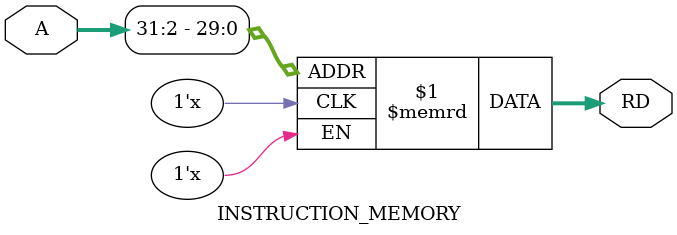
<source format=v>
module INSTRUCTION_MEMORY (
    input  wire [31:0] A,   // PC
    output wire [31:0] RD   // instruction
);
    // 64 words Ã— 32 bits = 2 KB
    reg [31:0] ROM [0:63];

    // asynchronous read (word-aligned)
    assign RD = ROM[A[31:2]];

    // optional: preload program
   
endmodule

</source>
